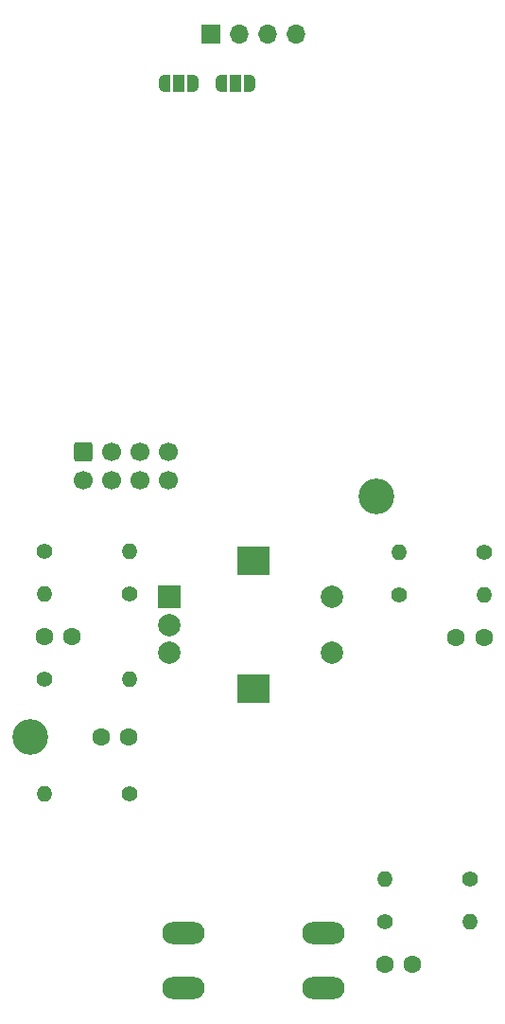
<source format=gbs>
G04 #@! TF.GenerationSoftware,KiCad,Pcbnew,6.0.9-8da3e8f707~116~ubuntu22.04.1*
G04 #@! TF.CreationDate,2022-11-08T11:41:08-05:00*
G04 #@! TF.ProjectId,clock_b2,636c6f63-6b5f-4623-922e-6b696361645f,rev?*
G04 #@! TF.SameCoordinates,Original*
G04 #@! TF.FileFunction,Soldermask,Bot*
G04 #@! TF.FilePolarity,Negative*
%FSLAX46Y46*%
G04 Gerber Fmt 4.6, Leading zero omitted, Abs format (unit mm)*
G04 Created by KiCad (PCBNEW 6.0.9-8da3e8f707~116~ubuntu22.04.1) date 2022-11-08 11:41:08*
%MOMM*%
%LPD*%
G01*
G04 APERTURE LIST*
G04 Aperture macros list*
%AMRoundRect*
0 Rectangle with rounded corners*
0 $1 Rounding radius*
0 $2 $3 $4 $5 $6 $7 $8 $9 X,Y pos of 4 corners*
0 Add a 4 corners polygon primitive as box body*
4,1,4,$2,$3,$4,$5,$6,$7,$8,$9,$2,$3,0*
0 Add four circle primitives for the rounded corners*
1,1,$1+$1,$2,$3*
1,1,$1+$1,$4,$5*
1,1,$1+$1,$6,$7*
1,1,$1+$1,$8,$9*
0 Add four rect primitives between the rounded corners*
20,1,$1+$1,$2,$3,$4,$5,0*
20,1,$1+$1,$4,$5,$6,$7,0*
20,1,$1+$1,$6,$7,$8,$9,0*
20,1,$1+$1,$8,$9,$2,$3,0*%
%AMFreePoly0*
4,1,22,0.550000,-0.750000,0.000000,-0.750000,0.000000,-0.745033,-0.079941,-0.743568,-0.215256,-0.701293,-0.333266,-0.622738,-0.424486,-0.514219,-0.481581,-0.384460,-0.499164,-0.250000,-0.500000,-0.250000,-0.500000,0.250000,-0.499164,0.250000,-0.499963,0.256109,-0.478152,0.396186,-0.417904,0.524511,-0.324060,0.630769,-0.204165,0.706417,-0.067858,0.745374,0.000000,0.744959,0.000000,0.750000,
0.550000,0.750000,0.550000,-0.750000,0.550000,-0.750000,$1*%
%AMFreePoly1*
4,1,20,0.000000,0.744959,0.073905,0.744508,0.209726,0.703889,0.328688,0.626782,0.421226,0.519385,0.479903,0.390333,0.500000,0.250000,0.500000,-0.250000,0.499851,-0.262216,0.476331,-0.402017,0.414519,-0.529596,0.319384,-0.634700,0.198574,-0.708877,0.061801,-0.746166,0.000000,-0.745033,0.000000,-0.750000,-0.550000,-0.750000,-0.550000,0.750000,0.000000,0.750000,0.000000,0.744959,
0.000000,0.744959,$1*%
G04 Aperture macros list end*
%ADD10C,3.200000*%
%ADD11R,2.000000X2.000000*%
%ADD12C,2.000000*%
%ADD13R,3.000000X2.500000*%
%ADD14R,1.700000X1.700000*%
%ADD15O,1.700000X1.700000*%
%ADD16O,3.810000X2.006600*%
%ADD17C,1.600000*%
%ADD18C,1.400000*%
%ADD19O,1.400000X1.400000*%
%ADD20FreePoly0,0.000000*%
%ADD21R,1.000000X1.500000*%
%ADD22FreePoly1,0.000000*%
%ADD23FreePoly0,180.000000*%
%ADD24FreePoly1,180.000000*%
%ADD25RoundRect,0.250000X-0.600000X0.600000X-0.600000X-0.600000X0.600000X-0.600000X0.600000X0.600000X0*%
%ADD26C,1.700000*%
G04 APERTURE END LIST*
D10*
G04 #@! TO.C,H1*
X49000000Y-59000000D03*
G04 #@! TD*
G04 #@! TO.C,H2*
X18000000Y-80500000D03*
G04 #@! TD*
D11*
G04 #@! TO.C,SW2*
X30520000Y-67990000D03*
D12*
X30520000Y-72990000D03*
X30520000Y-70490000D03*
D13*
X38020000Y-76190000D03*
X38020000Y-64790000D03*
D12*
X45020000Y-67990000D03*
X45020000Y-72990000D03*
G04 #@! TD*
D14*
G04 #@! TO.C,OLED1*
X34200000Y-17680000D03*
D15*
X36740000Y-17680000D03*
X39280000Y-17680000D03*
X41820000Y-17680000D03*
G04 #@! TD*
D16*
G04 #@! TO.C,SW1*
X31751600Y-102989200D03*
X44248400Y-102989200D03*
X31751600Y-98010800D03*
X44248400Y-98010800D03*
G04 #@! TD*
D17*
G04 #@! TO.C,C2*
X19290000Y-71540000D03*
X21790000Y-71540000D03*
G04 #@! TD*
G04 #@! TO.C,C3*
X24370000Y-80510000D03*
X26870000Y-80510000D03*
G04 #@! TD*
G04 #@! TO.C,C4*
X58660000Y-71620000D03*
X56160000Y-71620000D03*
G04 #@! TD*
D18*
G04 #@! TO.C,R2*
X49770000Y-97020000D03*
D19*
X57390000Y-97020000D03*
G04 #@! TD*
D18*
G04 #@! TO.C,R1*
X57390000Y-93210000D03*
D19*
X49770000Y-93210000D03*
G04 #@! TD*
D18*
G04 #@! TO.C,R7*
X26910000Y-85590000D03*
D19*
X19290000Y-85590000D03*
G04 #@! TD*
D20*
G04 #@! TO.C,JP1*
X30035000Y-22090000D03*
D21*
X31335000Y-22090000D03*
D22*
X32635000Y-22090000D03*
G04 #@! TD*
D18*
G04 #@! TO.C,R5*
X58660000Y-64000000D03*
D19*
X51040000Y-64000000D03*
G04 #@! TD*
D18*
G04 #@! TO.C,R8*
X51040000Y-67810000D03*
D19*
X58660000Y-67810000D03*
G04 #@! TD*
D23*
G04 #@! TO.C,JP2*
X37715000Y-22090000D03*
D21*
X36415000Y-22090000D03*
D24*
X35115000Y-22090000D03*
G04 #@! TD*
D17*
G04 #@! TO.C,C1*
X52270000Y-100830000D03*
X49770000Y-100830000D03*
G04 #@! TD*
D18*
G04 #@! TO.C,R3*
X19290000Y-63920000D03*
D19*
X26910000Y-63920000D03*
G04 #@! TD*
D18*
G04 #@! TO.C,R6*
X26910000Y-67730000D03*
D19*
X19290000Y-67730000D03*
G04 #@! TD*
D25*
G04 #@! TO.C,J1*
X22770000Y-55030000D03*
D26*
X22770000Y-57570000D03*
X25310000Y-55030000D03*
X25310000Y-57570000D03*
X27850000Y-55030000D03*
X27850000Y-57570000D03*
X30390000Y-55030000D03*
X30390000Y-57570000D03*
G04 #@! TD*
D18*
G04 #@! TO.C,R4*
X19290000Y-75350000D03*
D19*
X26910000Y-75350000D03*
G04 #@! TD*
M02*

</source>
